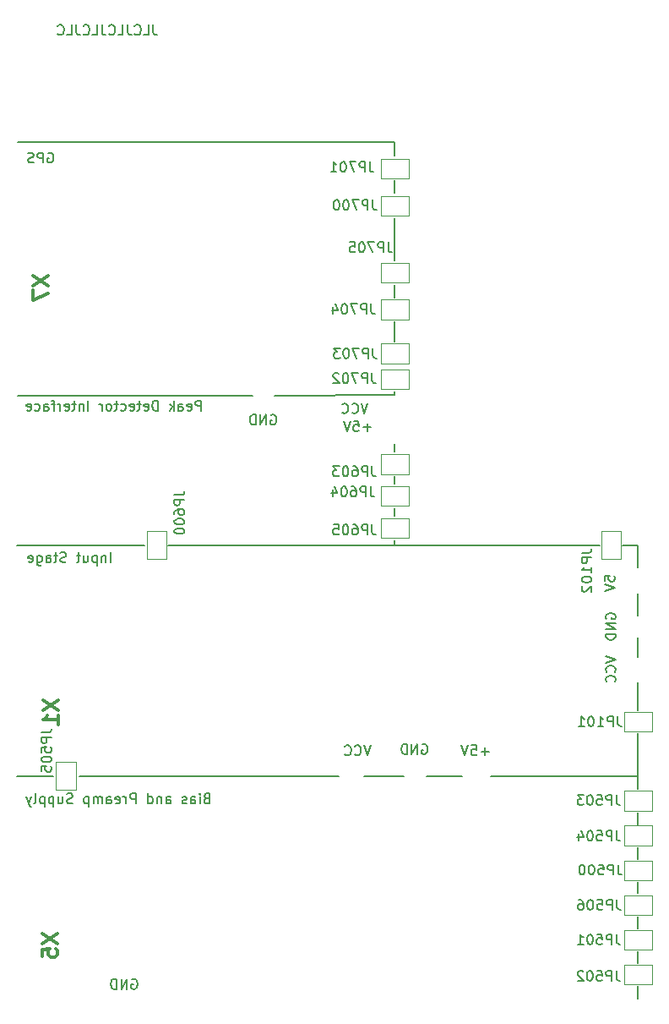
<source format=gbr>
%TF.GenerationSoftware,KiCad,Pcbnew,(5.99.0-10928-g75ce97e260)*%
%TF.CreationDate,2021-11-23T17:21:24+01:00*%
%TF.ProjectId,cdu-lite,6364752d-6c69-4746-952e-6b696361645f,rev?*%
%TF.SameCoordinates,Original*%
%TF.FileFunction,Legend,Bot*%
%TF.FilePolarity,Positive*%
%FSLAX46Y46*%
G04 Gerber Fmt 4.6, Leading zero omitted, Abs format (unit mm)*
G04 Created by KiCad (PCBNEW (5.99.0-10928-g75ce97e260)) date 2021-11-23 17:21:24*
%MOMM*%
%LPD*%
G01*
G04 APERTURE LIST*
%ADD10C,0.150000*%
%ADD11C,0.304800*%
%ADD12C,0.120000*%
G04 APERTURE END LIST*
D10*
X64436047Y-52792380D02*
X64436047Y-53506666D01*
X64483666Y-53649523D01*
X64578904Y-53744761D01*
X64721761Y-53792380D01*
X64817000Y-53792380D01*
X63483666Y-53792380D02*
X63959857Y-53792380D01*
X63959857Y-52792380D01*
X62578904Y-53697142D02*
X62626523Y-53744761D01*
X62769380Y-53792380D01*
X62864619Y-53792380D01*
X63007476Y-53744761D01*
X63102714Y-53649523D01*
X63150333Y-53554285D01*
X63197952Y-53363809D01*
X63197952Y-53220952D01*
X63150333Y-53030476D01*
X63102714Y-52935238D01*
X63007476Y-52840000D01*
X62864619Y-52792380D01*
X62769380Y-52792380D01*
X62626523Y-52840000D01*
X62578904Y-52887619D01*
X61864619Y-52792380D02*
X61864619Y-53506666D01*
X61912238Y-53649523D01*
X62007476Y-53744761D01*
X62150333Y-53792380D01*
X62245571Y-53792380D01*
X60912238Y-53792380D02*
X61388428Y-53792380D01*
X61388428Y-52792380D01*
X60007476Y-53697142D02*
X60055095Y-53744761D01*
X60197952Y-53792380D01*
X60293190Y-53792380D01*
X60436047Y-53744761D01*
X60531285Y-53649523D01*
X60578904Y-53554285D01*
X60626523Y-53363809D01*
X60626523Y-53220952D01*
X60578904Y-53030476D01*
X60531285Y-52935238D01*
X60436047Y-52840000D01*
X60293190Y-52792380D01*
X60197952Y-52792380D01*
X60055095Y-52840000D01*
X60007476Y-52887619D01*
X59293190Y-52792380D02*
X59293190Y-53506666D01*
X59340809Y-53649523D01*
X59436047Y-53744761D01*
X59578904Y-53792380D01*
X59674142Y-53792380D01*
X58340809Y-53792380D02*
X58817000Y-53792380D01*
X58817000Y-52792380D01*
X57436047Y-53697142D02*
X57483666Y-53744761D01*
X57626523Y-53792380D01*
X57721761Y-53792380D01*
X57864619Y-53744761D01*
X57959857Y-53649523D01*
X58007476Y-53554285D01*
X58055095Y-53363809D01*
X58055095Y-53220952D01*
X58007476Y-53030476D01*
X57959857Y-52935238D01*
X57864619Y-52840000D01*
X57721761Y-52792380D01*
X57626523Y-52792380D01*
X57483666Y-52840000D01*
X57436047Y-52887619D01*
X56721761Y-52792380D02*
X56721761Y-53506666D01*
X56769380Y-53649523D01*
X56864619Y-53744761D01*
X57007476Y-53792380D01*
X57102714Y-53792380D01*
X55769380Y-53792380D02*
X56245571Y-53792380D01*
X56245571Y-52792380D01*
X54864619Y-53697142D02*
X54912238Y-53744761D01*
X55055095Y-53792380D01*
X55150333Y-53792380D01*
X55293190Y-53744761D01*
X55388428Y-53649523D01*
X55436047Y-53554285D01*
X55483666Y-53363809D01*
X55483666Y-53220952D01*
X55436047Y-53030476D01*
X55388428Y-52935238D01*
X55293190Y-52840000D01*
X55150333Y-52792380D01*
X55055095Y-52792380D01*
X54912238Y-52840000D01*
X54864619Y-52887619D01*
X88646000Y-82499200D02*
X88646000Y-84467700D01*
X113030000Y-128066800D02*
X98298000Y-128066800D01*
X113030000Y-149047200D02*
X113030000Y-150317200D01*
X89509600Y-128041400D02*
X85598000Y-128041400D01*
X88646000Y-97967800D02*
X88646000Y-98767900D01*
X113030000Y-123723400D02*
X113030000Y-128016000D01*
X50825400Y-89890200D02*
X74396600Y-89890200D01*
X88646000Y-94742000D02*
X88646000Y-95516700D01*
X113030000Y-114147600D02*
X113030000Y-116078000D01*
X54406800Y-128016000D02*
X50774600Y-128016000D01*
X56997600Y-128016000D02*
X83058000Y-128016000D01*
X88646000Y-89509600D02*
X88646000Y-89877900D01*
X76606400Y-89890600D02*
X88646000Y-89877900D01*
X113030000Y-142113000D02*
X113030000Y-143230600D01*
X113030000Y-118618000D02*
X113030000Y-121412000D01*
X113030000Y-138607800D02*
X113030000Y-139750800D01*
X113030000Y-128016000D02*
X113030000Y-129336800D01*
X113030000Y-131648200D02*
X113030000Y-132816600D01*
X113030000Y-145567400D02*
X113030000Y-146710400D01*
X113030000Y-104902000D02*
X113030000Y-107111800D01*
X88646000Y-101193600D02*
X88646000Y-101968300D01*
X88646000Y-64516000D02*
X88646000Y-65868550D01*
X88646000Y-104394000D02*
X88646000Y-104889300D01*
X88646000Y-72186800D02*
X88646000Y-76415900D01*
X50850800Y-64516000D02*
X88646000Y-64516000D01*
X113030000Y-135128000D02*
X113030000Y-136296400D01*
X88646000Y-68376800D02*
X88646000Y-69608700D01*
X111480600Y-104902000D02*
X113030000Y-104902000D01*
X95427800Y-128041400D02*
X91795600Y-128041400D01*
X50749200Y-104902000D02*
X63550800Y-104902000D01*
X113030000Y-109728000D02*
X113030000Y-111912400D01*
X65938400Y-104902000D02*
X109169200Y-104902000D01*
X88646000Y-78841600D02*
X88646000Y-80073500D01*
X86220133Y-124928380D02*
X85886800Y-125928380D01*
X85553466Y-124928380D01*
X84648704Y-125833142D02*
X84696323Y-125880761D01*
X84839180Y-125928380D01*
X84934419Y-125928380D01*
X85077276Y-125880761D01*
X85172514Y-125785523D01*
X85220133Y-125690285D01*
X85267752Y-125499809D01*
X85267752Y-125356952D01*
X85220133Y-125166476D01*
X85172514Y-125071238D01*
X85077276Y-124976000D01*
X84934419Y-124928380D01*
X84839180Y-124928380D01*
X84696323Y-124976000D01*
X84648704Y-125023619D01*
X83648704Y-125833142D02*
X83696323Y-125880761D01*
X83839180Y-125928380D01*
X83934419Y-125928380D01*
X84077276Y-125880761D01*
X84172514Y-125785523D01*
X84220133Y-125690285D01*
X84267752Y-125499809D01*
X84267752Y-125356952D01*
X84220133Y-125166476D01*
X84172514Y-125071238D01*
X84077276Y-124976000D01*
X83934419Y-124928380D01*
X83839180Y-124928380D01*
X83696323Y-124976000D01*
X83648704Y-125023619D01*
X109688380Y-108470723D02*
X109688380Y-107994533D01*
X110164571Y-107946914D01*
X110116952Y-107994533D01*
X110069333Y-108089771D01*
X110069333Y-108327866D01*
X110116952Y-108423104D01*
X110164571Y-108470723D01*
X110259809Y-108518342D01*
X110497904Y-108518342D01*
X110593142Y-108470723D01*
X110640761Y-108423104D01*
X110688380Y-108327866D01*
X110688380Y-108089771D01*
X110640761Y-107994533D01*
X110593142Y-107946914D01*
X109688380Y-108804057D02*
X110688380Y-109137390D01*
X109688380Y-109470723D01*
X69240895Y-91409780D02*
X69240895Y-90409780D01*
X68859942Y-90409780D01*
X68764704Y-90457400D01*
X68717085Y-90505019D01*
X68669466Y-90600257D01*
X68669466Y-90743114D01*
X68717085Y-90838352D01*
X68764704Y-90885971D01*
X68859942Y-90933590D01*
X69240895Y-90933590D01*
X67859942Y-91362161D02*
X67955180Y-91409780D01*
X68145657Y-91409780D01*
X68240895Y-91362161D01*
X68288514Y-91266923D01*
X68288514Y-90885971D01*
X68240895Y-90790733D01*
X68145657Y-90743114D01*
X67955180Y-90743114D01*
X67859942Y-90790733D01*
X67812323Y-90885971D01*
X67812323Y-90981209D01*
X68288514Y-91076447D01*
X66955180Y-91409780D02*
X66955180Y-90885971D01*
X67002800Y-90790733D01*
X67098038Y-90743114D01*
X67288514Y-90743114D01*
X67383752Y-90790733D01*
X66955180Y-91362161D02*
X67050419Y-91409780D01*
X67288514Y-91409780D01*
X67383752Y-91362161D01*
X67431371Y-91266923D01*
X67431371Y-91171685D01*
X67383752Y-91076447D01*
X67288514Y-91028828D01*
X67050419Y-91028828D01*
X66955180Y-90981209D01*
X66478990Y-91409780D02*
X66478990Y-90409780D01*
X66383752Y-91028828D02*
X66098038Y-91409780D01*
X66098038Y-90743114D02*
X66478990Y-91124066D01*
X64907561Y-91409780D02*
X64907561Y-90409780D01*
X64669466Y-90409780D01*
X64526609Y-90457400D01*
X64431371Y-90552638D01*
X64383752Y-90647876D01*
X64336133Y-90838352D01*
X64336133Y-90981209D01*
X64383752Y-91171685D01*
X64431371Y-91266923D01*
X64526609Y-91362161D01*
X64669466Y-91409780D01*
X64907561Y-91409780D01*
X63526609Y-91362161D02*
X63621847Y-91409780D01*
X63812323Y-91409780D01*
X63907561Y-91362161D01*
X63955180Y-91266923D01*
X63955180Y-90885971D01*
X63907561Y-90790733D01*
X63812323Y-90743114D01*
X63621847Y-90743114D01*
X63526609Y-90790733D01*
X63478990Y-90885971D01*
X63478990Y-90981209D01*
X63955180Y-91076447D01*
X63193276Y-90743114D02*
X62812323Y-90743114D01*
X63050419Y-90409780D02*
X63050419Y-91266923D01*
X63002800Y-91362161D01*
X62907561Y-91409780D01*
X62812323Y-91409780D01*
X62098038Y-91362161D02*
X62193276Y-91409780D01*
X62383752Y-91409780D01*
X62478990Y-91362161D01*
X62526609Y-91266923D01*
X62526609Y-90885971D01*
X62478990Y-90790733D01*
X62383752Y-90743114D01*
X62193276Y-90743114D01*
X62098038Y-90790733D01*
X62050419Y-90885971D01*
X62050419Y-90981209D01*
X62526609Y-91076447D01*
X61193276Y-91362161D02*
X61288514Y-91409780D01*
X61478990Y-91409780D01*
X61574228Y-91362161D01*
X61621847Y-91314542D01*
X61669466Y-91219304D01*
X61669466Y-90933590D01*
X61621847Y-90838352D01*
X61574228Y-90790733D01*
X61478990Y-90743114D01*
X61288514Y-90743114D01*
X61193276Y-90790733D01*
X60907561Y-90743114D02*
X60526609Y-90743114D01*
X60764704Y-90409780D02*
X60764704Y-91266923D01*
X60717085Y-91362161D01*
X60621847Y-91409780D01*
X60526609Y-91409780D01*
X60050419Y-91409780D02*
X60145657Y-91362161D01*
X60193276Y-91314542D01*
X60240895Y-91219304D01*
X60240895Y-90933590D01*
X60193276Y-90838352D01*
X60145657Y-90790733D01*
X60050419Y-90743114D01*
X59907561Y-90743114D01*
X59812323Y-90790733D01*
X59764704Y-90838352D01*
X59717085Y-90933590D01*
X59717085Y-91219304D01*
X59764704Y-91314542D01*
X59812323Y-91362161D01*
X59907561Y-91409780D01*
X60050419Y-91409780D01*
X59288514Y-91409780D02*
X59288514Y-90743114D01*
X59288514Y-90933590D02*
X59240895Y-90838352D01*
X59193276Y-90790733D01*
X59098038Y-90743114D01*
X59002800Y-90743114D01*
X57907561Y-91409780D02*
X57907561Y-90409780D01*
X57431371Y-90743114D02*
X57431371Y-91409780D01*
X57431371Y-90838352D02*
X57383752Y-90790733D01*
X57288514Y-90743114D01*
X57145657Y-90743114D01*
X57050419Y-90790733D01*
X57002800Y-90885971D01*
X57002800Y-91409780D01*
X56669466Y-90743114D02*
X56288514Y-90743114D01*
X56526609Y-90409780D02*
X56526609Y-91266923D01*
X56478990Y-91362161D01*
X56383752Y-91409780D01*
X56288514Y-91409780D01*
X55574228Y-91362161D02*
X55669466Y-91409780D01*
X55859942Y-91409780D01*
X55955180Y-91362161D01*
X56002800Y-91266923D01*
X56002800Y-90885971D01*
X55955180Y-90790733D01*
X55859942Y-90743114D01*
X55669466Y-90743114D01*
X55574228Y-90790733D01*
X55526609Y-90885971D01*
X55526609Y-90981209D01*
X56002800Y-91076447D01*
X55098038Y-91409780D02*
X55098038Y-90743114D01*
X55098038Y-90933590D02*
X55050419Y-90838352D01*
X55002800Y-90790733D01*
X54907561Y-90743114D01*
X54812323Y-90743114D01*
X54621847Y-90743114D02*
X54240895Y-90743114D01*
X54478990Y-91409780D02*
X54478990Y-90552638D01*
X54431371Y-90457400D01*
X54336133Y-90409780D01*
X54240895Y-90409780D01*
X53478990Y-91409780D02*
X53478990Y-90885971D01*
X53526609Y-90790733D01*
X53621847Y-90743114D01*
X53812323Y-90743114D01*
X53907561Y-90790733D01*
X53478990Y-91362161D02*
X53574228Y-91409780D01*
X53812323Y-91409780D01*
X53907561Y-91362161D01*
X53955180Y-91266923D01*
X53955180Y-91171685D01*
X53907561Y-91076447D01*
X53812323Y-91028828D01*
X53574228Y-91028828D01*
X53478990Y-90981209D01*
X52574228Y-91362161D02*
X52669466Y-91409780D01*
X52859942Y-91409780D01*
X52955180Y-91362161D01*
X53002800Y-91314542D01*
X53050419Y-91219304D01*
X53050419Y-90933590D01*
X53002800Y-90838352D01*
X52955180Y-90790733D01*
X52859942Y-90743114D01*
X52669466Y-90743114D01*
X52574228Y-90790733D01*
X51764704Y-91362161D02*
X51859942Y-91409780D01*
X52050419Y-91409780D01*
X52145657Y-91362161D01*
X52193276Y-91266923D01*
X52193276Y-90885971D01*
X52145657Y-90790733D01*
X52050419Y-90743114D01*
X51859942Y-90743114D01*
X51764704Y-90790733D01*
X51717085Y-90885971D01*
X51717085Y-90981209D01*
X52193276Y-91076447D01*
X76225304Y-91879800D02*
X76320542Y-91832180D01*
X76463400Y-91832180D01*
X76606257Y-91879800D01*
X76701495Y-91975038D01*
X76749114Y-92070276D01*
X76796733Y-92260752D01*
X76796733Y-92403609D01*
X76749114Y-92594085D01*
X76701495Y-92689323D01*
X76606257Y-92784561D01*
X76463400Y-92832180D01*
X76368161Y-92832180D01*
X76225304Y-92784561D01*
X76177685Y-92736942D01*
X76177685Y-92403609D01*
X76368161Y-92403609D01*
X75749114Y-92832180D02*
X75749114Y-91832180D01*
X75177685Y-92832180D01*
X75177685Y-91832180D01*
X74701495Y-92832180D02*
X74701495Y-91832180D01*
X74463400Y-91832180D01*
X74320542Y-91879800D01*
X74225304Y-91975038D01*
X74177685Y-92070276D01*
X74130066Y-92260752D01*
X74130066Y-92403609D01*
X74177685Y-92594085D01*
X74225304Y-92689323D01*
X74320542Y-92784561D01*
X74463400Y-92832180D01*
X74701495Y-92832180D01*
X86248714Y-93086228D02*
X85486809Y-93086228D01*
X85867761Y-93467180D02*
X85867761Y-92705276D01*
X84534428Y-92467180D02*
X85010619Y-92467180D01*
X85058238Y-92943371D01*
X85010619Y-92895752D01*
X84915380Y-92848133D01*
X84677285Y-92848133D01*
X84582047Y-92895752D01*
X84534428Y-92943371D01*
X84486809Y-93038609D01*
X84486809Y-93276704D01*
X84534428Y-93371942D01*
X84582047Y-93419561D01*
X84677285Y-93467180D01*
X84915380Y-93467180D01*
X85010619Y-93419561D01*
X85058238Y-93371942D01*
X84201095Y-92467180D02*
X83867761Y-93467180D01*
X83534428Y-92467180D01*
X109789980Y-116014666D02*
X110789980Y-116348000D01*
X109789980Y-116681333D01*
X110694742Y-117586095D02*
X110742361Y-117538476D01*
X110789980Y-117395619D01*
X110789980Y-117300380D01*
X110742361Y-117157523D01*
X110647123Y-117062285D01*
X110551885Y-117014666D01*
X110361409Y-116967047D01*
X110218552Y-116967047D01*
X110028076Y-117014666D01*
X109932838Y-117062285D01*
X109837600Y-117157523D01*
X109789980Y-117300380D01*
X109789980Y-117395619D01*
X109837600Y-117538476D01*
X109885219Y-117586095D01*
X110694742Y-118586095D02*
X110742361Y-118538476D01*
X110789980Y-118395619D01*
X110789980Y-118300380D01*
X110742361Y-118157523D01*
X110647123Y-118062285D01*
X110551885Y-118014666D01*
X110361409Y-117967047D01*
X110218552Y-117967047D01*
X110028076Y-118014666D01*
X109932838Y-118062285D01*
X109837600Y-118157523D01*
X109789980Y-118300380D01*
X109789980Y-118395619D01*
X109837600Y-118538476D01*
X109885219Y-118586095D01*
X53876485Y-65641600D02*
X53971723Y-65593980D01*
X54114580Y-65593980D01*
X54257438Y-65641600D01*
X54352676Y-65736838D01*
X54400295Y-65832076D01*
X54447914Y-66022552D01*
X54447914Y-66165409D01*
X54400295Y-66355885D01*
X54352676Y-66451123D01*
X54257438Y-66546361D01*
X54114580Y-66593980D01*
X54019342Y-66593980D01*
X53876485Y-66546361D01*
X53828866Y-66498742D01*
X53828866Y-66165409D01*
X54019342Y-66165409D01*
X53400295Y-66593980D02*
X53400295Y-65593980D01*
X53019342Y-65593980D01*
X52924104Y-65641600D01*
X52876485Y-65689219D01*
X52828866Y-65784457D01*
X52828866Y-65927314D01*
X52876485Y-66022552D01*
X52924104Y-66070171D01*
X53019342Y-66117790D01*
X53400295Y-66117790D01*
X52447914Y-66546361D02*
X52305057Y-66593980D01*
X52066961Y-66593980D01*
X51971723Y-66546361D01*
X51924104Y-66498742D01*
X51876485Y-66403504D01*
X51876485Y-66308266D01*
X51924104Y-66213028D01*
X51971723Y-66165409D01*
X52066961Y-66117790D01*
X52257438Y-66070171D01*
X52352676Y-66022552D01*
X52400295Y-65974933D01*
X52447914Y-65879695D01*
X52447914Y-65784457D01*
X52400295Y-65689219D01*
X52352676Y-65641600D01*
X52257438Y-65593980D01*
X52019342Y-65593980D01*
X51876485Y-65641600D01*
X62280704Y-148369400D02*
X62375942Y-148321780D01*
X62518800Y-148321780D01*
X62661657Y-148369400D01*
X62756895Y-148464638D01*
X62804514Y-148559876D01*
X62852133Y-148750352D01*
X62852133Y-148893209D01*
X62804514Y-149083685D01*
X62756895Y-149178923D01*
X62661657Y-149274161D01*
X62518800Y-149321780D01*
X62423561Y-149321780D01*
X62280704Y-149274161D01*
X62233085Y-149226542D01*
X62233085Y-148893209D01*
X62423561Y-148893209D01*
X61804514Y-149321780D02*
X61804514Y-148321780D01*
X61233085Y-149321780D01*
X61233085Y-148321780D01*
X60756895Y-149321780D02*
X60756895Y-148321780D01*
X60518800Y-148321780D01*
X60375942Y-148369400D01*
X60280704Y-148464638D01*
X60233085Y-148559876D01*
X60185466Y-148750352D01*
X60185466Y-148893209D01*
X60233085Y-149083685D01*
X60280704Y-149178923D01*
X60375942Y-149274161D01*
X60518800Y-149321780D01*
X60756895Y-149321780D01*
X98059714Y-125547428D02*
X97297809Y-125547428D01*
X97678761Y-125928380D02*
X97678761Y-125166476D01*
X96345428Y-124928380D02*
X96821619Y-124928380D01*
X96869238Y-125404571D01*
X96821619Y-125356952D01*
X96726380Y-125309333D01*
X96488285Y-125309333D01*
X96393047Y-125356952D01*
X96345428Y-125404571D01*
X96297809Y-125499809D01*
X96297809Y-125737904D01*
X96345428Y-125833142D01*
X96393047Y-125880761D01*
X96488285Y-125928380D01*
X96726380Y-125928380D01*
X96821619Y-125880761D01*
X96869238Y-125833142D01*
X96012095Y-124928380D02*
X95678761Y-125928380D01*
X95345428Y-124928380D01*
X91389104Y-124849000D02*
X91484342Y-124801380D01*
X91627200Y-124801380D01*
X91770057Y-124849000D01*
X91865295Y-124944238D01*
X91912914Y-125039476D01*
X91960533Y-125229952D01*
X91960533Y-125372809D01*
X91912914Y-125563285D01*
X91865295Y-125658523D01*
X91770057Y-125753761D01*
X91627200Y-125801380D01*
X91531961Y-125801380D01*
X91389104Y-125753761D01*
X91341485Y-125706142D01*
X91341485Y-125372809D01*
X91531961Y-125372809D01*
X90912914Y-125801380D02*
X90912914Y-124801380D01*
X90341485Y-125801380D01*
X90341485Y-124801380D01*
X89865295Y-125801380D02*
X89865295Y-124801380D01*
X89627200Y-124801380D01*
X89484342Y-124849000D01*
X89389104Y-124944238D01*
X89341485Y-125039476D01*
X89293866Y-125229952D01*
X89293866Y-125372809D01*
X89341485Y-125563285D01*
X89389104Y-125658523D01*
X89484342Y-125753761D01*
X89627200Y-125801380D01*
X89865295Y-125801380D01*
X60176847Y-106598980D02*
X60176847Y-105598980D01*
X59700657Y-105932314D02*
X59700657Y-106598980D01*
X59700657Y-106027552D02*
X59653038Y-105979933D01*
X59557800Y-105932314D01*
X59414942Y-105932314D01*
X59319704Y-105979933D01*
X59272085Y-106075171D01*
X59272085Y-106598980D01*
X58795895Y-105932314D02*
X58795895Y-106932314D01*
X58795895Y-105979933D02*
X58700657Y-105932314D01*
X58510180Y-105932314D01*
X58414942Y-105979933D01*
X58367323Y-106027552D01*
X58319704Y-106122790D01*
X58319704Y-106408504D01*
X58367323Y-106503742D01*
X58414942Y-106551361D01*
X58510180Y-106598980D01*
X58700657Y-106598980D01*
X58795895Y-106551361D01*
X57462561Y-105932314D02*
X57462561Y-106598980D01*
X57891133Y-105932314D02*
X57891133Y-106456123D01*
X57843514Y-106551361D01*
X57748276Y-106598980D01*
X57605419Y-106598980D01*
X57510180Y-106551361D01*
X57462561Y-106503742D01*
X57129228Y-105932314D02*
X56748276Y-105932314D01*
X56986371Y-105598980D02*
X56986371Y-106456123D01*
X56938752Y-106551361D01*
X56843514Y-106598980D01*
X56748276Y-106598980D01*
X55700657Y-106551361D02*
X55557800Y-106598980D01*
X55319704Y-106598980D01*
X55224466Y-106551361D01*
X55176847Y-106503742D01*
X55129228Y-106408504D01*
X55129228Y-106313266D01*
X55176847Y-106218028D01*
X55224466Y-106170409D01*
X55319704Y-106122790D01*
X55510180Y-106075171D01*
X55605419Y-106027552D01*
X55653038Y-105979933D01*
X55700657Y-105884695D01*
X55700657Y-105789457D01*
X55653038Y-105694219D01*
X55605419Y-105646600D01*
X55510180Y-105598980D01*
X55272085Y-105598980D01*
X55129228Y-105646600D01*
X54843514Y-105932314D02*
X54462561Y-105932314D01*
X54700657Y-105598980D02*
X54700657Y-106456123D01*
X54653038Y-106551361D01*
X54557800Y-106598980D01*
X54462561Y-106598980D01*
X53700657Y-106598980D02*
X53700657Y-106075171D01*
X53748276Y-105979933D01*
X53843514Y-105932314D01*
X54033990Y-105932314D01*
X54129228Y-105979933D01*
X53700657Y-106551361D02*
X53795895Y-106598980D01*
X54033990Y-106598980D01*
X54129228Y-106551361D01*
X54176847Y-106456123D01*
X54176847Y-106360885D01*
X54129228Y-106265647D01*
X54033990Y-106218028D01*
X53795895Y-106218028D01*
X53700657Y-106170409D01*
X52795895Y-105932314D02*
X52795895Y-106741838D01*
X52843514Y-106837076D01*
X52891133Y-106884695D01*
X52986371Y-106932314D01*
X53129228Y-106932314D01*
X53224466Y-106884695D01*
X52795895Y-106551361D02*
X52891133Y-106598980D01*
X53081609Y-106598980D01*
X53176847Y-106551361D01*
X53224466Y-106503742D01*
X53272085Y-106408504D01*
X53272085Y-106122790D01*
X53224466Y-106027552D01*
X53176847Y-105979933D01*
X53081609Y-105932314D01*
X52891133Y-105932314D01*
X52795895Y-105979933D01*
X51938752Y-106551361D02*
X52033990Y-106598980D01*
X52224466Y-106598980D01*
X52319704Y-106551361D01*
X52367323Y-106456123D01*
X52367323Y-106075171D01*
X52319704Y-105979933D01*
X52224466Y-105932314D01*
X52033990Y-105932314D01*
X51938752Y-105979933D01*
X51891133Y-106075171D01*
X51891133Y-106170409D01*
X52367323Y-106265647D01*
X69769523Y-130230571D02*
X69626666Y-130278190D01*
X69579047Y-130325809D01*
X69531428Y-130421047D01*
X69531428Y-130563904D01*
X69579047Y-130659142D01*
X69626666Y-130706761D01*
X69721904Y-130754380D01*
X70102857Y-130754380D01*
X70102857Y-129754380D01*
X69769523Y-129754380D01*
X69674285Y-129802000D01*
X69626666Y-129849619D01*
X69579047Y-129944857D01*
X69579047Y-130040095D01*
X69626666Y-130135333D01*
X69674285Y-130182952D01*
X69769523Y-130230571D01*
X70102857Y-130230571D01*
X69102857Y-130754380D02*
X69102857Y-130087714D01*
X69102857Y-129754380D02*
X69150476Y-129802000D01*
X69102857Y-129849619D01*
X69055238Y-129802000D01*
X69102857Y-129754380D01*
X69102857Y-129849619D01*
X68198095Y-130754380D02*
X68198095Y-130230571D01*
X68245714Y-130135333D01*
X68340952Y-130087714D01*
X68531428Y-130087714D01*
X68626666Y-130135333D01*
X68198095Y-130706761D02*
X68293333Y-130754380D01*
X68531428Y-130754380D01*
X68626666Y-130706761D01*
X68674285Y-130611523D01*
X68674285Y-130516285D01*
X68626666Y-130421047D01*
X68531428Y-130373428D01*
X68293333Y-130373428D01*
X68198095Y-130325809D01*
X67769523Y-130706761D02*
X67674285Y-130754380D01*
X67483809Y-130754380D01*
X67388571Y-130706761D01*
X67340952Y-130611523D01*
X67340952Y-130563904D01*
X67388571Y-130468666D01*
X67483809Y-130421047D01*
X67626666Y-130421047D01*
X67721904Y-130373428D01*
X67769523Y-130278190D01*
X67769523Y-130230571D01*
X67721904Y-130135333D01*
X67626666Y-130087714D01*
X67483809Y-130087714D01*
X67388571Y-130135333D01*
X65721904Y-130754380D02*
X65721904Y-130230571D01*
X65769523Y-130135333D01*
X65864761Y-130087714D01*
X66055238Y-130087714D01*
X66150476Y-130135333D01*
X65721904Y-130706761D02*
X65817142Y-130754380D01*
X66055238Y-130754380D01*
X66150476Y-130706761D01*
X66198095Y-130611523D01*
X66198095Y-130516285D01*
X66150476Y-130421047D01*
X66055238Y-130373428D01*
X65817142Y-130373428D01*
X65721904Y-130325809D01*
X65245714Y-130087714D02*
X65245714Y-130754380D01*
X65245714Y-130182952D02*
X65198095Y-130135333D01*
X65102857Y-130087714D01*
X64960000Y-130087714D01*
X64864761Y-130135333D01*
X64817142Y-130230571D01*
X64817142Y-130754380D01*
X63912380Y-130754380D02*
X63912380Y-129754380D01*
X63912380Y-130706761D02*
X64007619Y-130754380D01*
X64198095Y-130754380D01*
X64293333Y-130706761D01*
X64340952Y-130659142D01*
X64388571Y-130563904D01*
X64388571Y-130278190D01*
X64340952Y-130182952D01*
X64293333Y-130135333D01*
X64198095Y-130087714D01*
X64007619Y-130087714D01*
X63912380Y-130135333D01*
X62674285Y-130754380D02*
X62674285Y-129754380D01*
X62293333Y-129754380D01*
X62198095Y-129802000D01*
X62150476Y-129849619D01*
X62102857Y-129944857D01*
X62102857Y-130087714D01*
X62150476Y-130182952D01*
X62198095Y-130230571D01*
X62293333Y-130278190D01*
X62674285Y-130278190D01*
X61674285Y-130754380D02*
X61674285Y-130087714D01*
X61674285Y-130278190D02*
X61626666Y-130182952D01*
X61579047Y-130135333D01*
X61483809Y-130087714D01*
X61388571Y-130087714D01*
X60674285Y-130706761D02*
X60769523Y-130754380D01*
X60960000Y-130754380D01*
X61055238Y-130706761D01*
X61102857Y-130611523D01*
X61102857Y-130230571D01*
X61055238Y-130135333D01*
X60960000Y-130087714D01*
X60769523Y-130087714D01*
X60674285Y-130135333D01*
X60626666Y-130230571D01*
X60626666Y-130325809D01*
X61102857Y-130421047D01*
X59769523Y-130754380D02*
X59769523Y-130230571D01*
X59817142Y-130135333D01*
X59912380Y-130087714D01*
X60102857Y-130087714D01*
X60198095Y-130135333D01*
X59769523Y-130706761D02*
X59864761Y-130754380D01*
X60102857Y-130754380D01*
X60198095Y-130706761D01*
X60245714Y-130611523D01*
X60245714Y-130516285D01*
X60198095Y-130421047D01*
X60102857Y-130373428D01*
X59864761Y-130373428D01*
X59769523Y-130325809D01*
X59293333Y-130754380D02*
X59293333Y-130087714D01*
X59293333Y-130182952D02*
X59245714Y-130135333D01*
X59150476Y-130087714D01*
X59007619Y-130087714D01*
X58912380Y-130135333D01*
X58864761Y-130230571D01*
X58864761Y-130754380D01*
X58864761Y-130230571D02*
X58817142Y-130135333D01*
X58721904Y-130087714D01*
X58579047Y-130087714D01*
X58483809Y-130135333D01*
X58436190Y-130230571D01*
X58436190Y-130754380D01*
X57960000Y-130087714D02*
X57960000Y-131087714D01*
X57960000Y-130135333D02*
X57864761Y-130087714D01*
X57674285Y-130087714D01*
X57579047Y-130135333D01*
X57531428Y-130182952D01*
X57483809Y-130278190D01*
X57483809Y-130563904D01*
X57531428Y-130659142D01*
X57579047Y-130706761D01*
X57674285Y-130754380D01*
X57864761Y-130754380D01*
X57960000Y-130706761D01*
X56340952Y-130706761D02*
X56198095Y-130754380D01*
X55960000Y-130754380D01*
X55864761Y-130706761D01*
X55817142Y-130659142D01*
X55769523Y-130563904D01*
X55769523Y-130468666D01*
X55817142Y-130373428D01*
X55864761Y-130325809D01*
X55960000Y-130278190D01*
X56150476Y-130230571D01*
X56245714Y-130182952D01*
X56293333Y-130135333D01*
X56340952Y-130040095D01*
X56340952Y-129944857D01*
X56293333Y-129849619D01*
X56245714Y-129802000D01*
X56150476Y-129754380D01*
X55912380Y-129754380D01*
X55769523Y-129802000D01*
X54912380Y-130087714D02*
X54912380Y-130754380D01*
X55340952Y-130087714D02*
X55340952Y-130611523D01*
X55293333Y-130706761D01*
X55198095Y-130754380D01*
X55055238Y-130754380D01*
X54960000Y-130706761D01*
X54912380Y-130659142D01*
X54436190Y-130087714D02*
X54436190Y-131087714D01*
X54436190Y-130135333D02*
X54340952Y-130087714D01*
X54150476Y-130087714D01*
X54055238Y-130135333D01*
X54007619Y-130182952D01*
X53960000Y-130278190D01*
X53960000Y-130563904D01*
X54007619Y-130659142D01*
X54055238Y-130706761D01*
X54150476Y-130754380D01*
X54340952Y-130754380D01*
X54436190Y-130706761D01*
X53531428Y-130087714D02*
X53531428Y-131087714D01*
X53531428Y-130135333D02*
X53436190Y-130087714D01*
X53245714Y-130087714D01*
X53150476Y-130135333D01*
X53102857Y-130182952D01*
X53055238Y-130278190D01*
X53055238Y-130563904D01*
X53102857Y-130659142D01*
X53150476Y-130706761D01*
X53245714Y-130754380D01*
X53436190Y-130754380D01*
X53531428Y-130706761D01*
X52483809Y-130754380D02*
X52579047Y-130706761D01*
X52626666Y-130611523D01*
X52626666Y-129754380D01*
X52198095Y-130087714D02*
X51960000Y-130754380D01*
X51721904Y-130087714D02*
X51960000Y-130754380D01*
X52055238Y-130992476D01*
X52102857Y-131040095D01*
X52198095Y-131087714D01*
X109837600Y-112268095D02*
X109789980Y-112172857D01*
X109789980Y-112030000D01*
X109837600Y-111887142D01*
X109932838Y-111791904D01*
X110028076Y-111744285D01*
X110218552Y-111696666D01*
X110361409Y-111696666D01*
X110551885Y-111744285D01*
X110647123Y-111791904D01*
X110742361Y-111887142D01*
X110789980Y-112030000D01*
X110789980Y-112125238D01*
X110742361Y-112268095D01*
X110694742Y-112315714D01*
X110361409Y-112315714D01*
X110361409Y-112125238D01*
X110789980Y-112744285D02*
X109789980Y-112744285D01*
X110789980Y-113315714D01*
X109789980Y-113315714D01*
X110789980Y-113791904D02*
X109789980Y-113791904D01*
X109789980Y-114030000D01*
X109837600Y-114172857D01*
X109932838Y-114268095D01*
X110028076Y-114315714D01*
X110218552Y-114363333D01*
X110361409Y-114363333D01*
X110551885Y-114315714D01*
X110647123Y-114268095D01*
X110742361Y-114172857D01*
X110789980Y-114030000D01*
X110789980Y-113791904D01*
X85940733Y-90689180D02*
X85607400Y-91689180D01*
X85274066Y-90689180D01*
X84369304Y-91593942D02*
X84416923Y-91641561D01*
X84559780Y-91689180D01*
X84655019Y-91689180D01*
X84797876Y-91641561D01*
X84893114Y-91546323D01*
X84940733Y-91451085D01*
X84988352Y-91260609D01*
X84988352Y-91117752D01*
X84940733Y-90927276D01*
X84893114Y-90832038D01*
X84797876Y-90736800D01*
X84655019Y-90689180D01*
X84559780Y-90689180D01*
X84416923Y-90736800D01*
X84369304Y-90784419D01*
X83369304Y-91593942D02*
X83416923Y-91641561D01*
X83559780Y-91689180D01*
X83655019Y-91689180D01*
X83797876Y-91641561D01*
X83893114Y-91546323D01*
X83940733Y-91451085D01*
X83988352Y-91260609D01*
X83988352Y-91117752D01*
X83940733Y-90927276D01*
X83893114Y-90832038D01*
X83797876Y-90736800D01*
X83655019Y-90689180D01*
X83559780Y-90689180D01*
X83416923Y-90736800D01*
X83369304Y-90784419D01*
%TO.C,JP701*%
X86139114Y-66508380D02*
X86139114Y-67222666D01*
X86186733Y-67365523D01*
X86281971Y-67460761D01*
X86424828Y-67508380D01*
X86520066Y-67508380D01*
X85662923Y-67508380D02*
X85662923Y-66508380D01*
X85281971Y-66508380D01*
X85186733Y-66556000D01*
X85139114Y-66603619D01*
X85091495Y-66698857D01*
X85091495Y-66841714D01*
X85139114Y-66936952D01*
X85186733Y-66984571D01*
X85281971Y-67032190D01*
X85662923Y-67032190D01*
X84758161Y-66508380D02*
X84091495Y-66508380D01*
X84520066Y-67508380D01*
X83520066Y-66508380D02*
X83424828Y-66508380D01*
X83329590Y-66556000D01*
X83281971Y-66603619D01*
X83234352Y-66698857D01*
X83186733Y-66889333D01*
X83186733Y-67127428D01*
X83234352Y-67317904D01*
X83281971Y-67413142D01*
X83329590Y-67460761D01*
X83424828Y-67508380D01*
X83520066Y-67508380D01*
X83615304Y-67460761D01*
X83662923Y-67413142D01*
X83710542Y-67317904D01*
X83758161Y-67127428D01*
X83758161Y-66889333D01*
X83710542Y-66698857D01*
X83662923Y-66603619D01*
X83615304Y-66556000D01*
X83520066Y-66508380D01*
X82234352Y-67508380D02*
X82805780Y-67508380D01*
X82520066Y-67508380D02*
X82520066Y-66508380D01*
X82615304Y-66651238D01*
X82710542Y-66746476D01*
X82805780Y-66794095D01*
%TO.C,JP702*%
X86367714Y-87666580D02*
X86367714Y-88380866D01*
X86415333Y-88523723D01*
X86510571Y-88618961D01*
X86653428Y-88666580D01*
X86748666Y-88666580D01*
X85891523Y-88666580D02*
X85891523Y-87666580D01*
X85510571Y-87666580D01*
X85415333Y-87714200D01*
X85367714Y-87761819D01*
X85320095Y-87857057D01*
X85320095Y-87999914D01*
X85367714Y-88095152D01*
X85415333Y-88142771D01*
X85510571Y-88190390D01*
X85891523Y-88190390D01*
X84986761Y-87666580D02*
X84320095Y-87666580D01*
X84748666Y-88666580D01*
X83748666Y-87666580D02*
X83653428Y-87666580D01*
X83558190Y-87714200D01*
X83510571Y-87761819D01*
X83462952Y-87857057D01*
X83415333Y-88047533D01*
X83415333Y-88285628D01*
X83462952Y-88476104D01*
X83510571Y-88571342D01*
X83558190Y-88618961D01*
X83653428Y-88666580D01*
X83748666Y-88666580D01*
X83843904Y-88618961D01*
X83891523Y-88571342D01*
X83939142Y-88476104D01*
X83986761Y-88285628D01*
X83986761Y-88047533D01*
X83939142Y-87857057D01*
X83891523Y-87761819D01*
X83843904Y-87714200D01*
X83748666Y-87666580D01*
X83034380Y-87761819D02*
X82986761Y-87714200D01*
X82891523Y-87666580D01*
X82653428Y-87666580D01*
X82558190Y-87714200D01*
X82510571Y-87761819D01*
X82462952Y-87857057D01*
X82462952Y-87952295D01*
X82510571Y-88095152D01*
X83082000Y-88666580D01*
X82462952Y-88666580D01*
%TO.C,JP605*%
X86367714Y-102830380D02*
X86367714Y-103544666D01*
X86415333Y-103687523D01*
X86510571Y-103782761D01*
X86653428Y-103830380D01*
X86748666Y-103830380D01*
X85891523Y-103830380D02*
X85891523Y-102830380D01*
X85510571Y-102830380D01*
X85415333Y-102878000D01*
X85367714Y-102925619D01*
X85320095Y-103020857D01*
X85320095Y-103163714D01*
X85367714Y-103258952D01*
X85415333Y-103306571D01*
X85510571Y-103354190D01*
X85891523Y-103354190D01*
X84462952Y-102830380D02*
X84653428Y-102830380D01*
X84748666Y-102878000D01*
X84796285Y-102925619D01*
X84891523Y-103068476D01*
X84939142Y-103258952D01*
X84939142Y-103639904D01*
X84891523Y-103735142D01*
X84843904Y-103782761D01*
X84748666Y-103830380D01*
X84558190Y-103830380D01*
X84462952Y-103782761D01*
X84415333Y-103735142D01*
X84367714Y-103639904D01*
X84367714Y-103401809D01*
X84415333Y-103306571D01*
X84462952Y-103258952D01*
X84558190Y-103211333D01*
X84748666Y-103211333D01*
X84843904Y-103258952D01*
X84891523Y-103306571D01*
X84939142Y-103401809D01*
X83748666Y-102830380D02*
X83653428Y-102830380D01*
X83558190Y-102878000D01*
X83510571Y-102925619D01*
X83462952Y-103020857D01*
X83415333Y-103211333D01*
X83415333Y-103449428D01*
X83462952Y-103639904D01*
X83510571Y-103735142D01*
X83558190Y-103782761D01*
X83653428Y-103830380D01*
X83748666Y-103830380D01*
X83843904Y-103782761D01*
X83891523Y-103735142D01*
X83939142Y-103639904D01*
X83986761Y-103449428D01*
X83986761Y-103211333D01*
X83939142Y-103020857D01*
X83891523Y-102925619D01*
X83843904Y-102878000D01*
X83748666Y-102830380D01*
X82510571Y-102830380D02*
X82986761Y-102830380D01*
X83034380Y-103306571D01*
X82986761Y-103258952D01*
X82891523Y-103211333D01*
X82653428Y-103211333D01*
X82558190Y-103258952D01*
X82510571Y-103306571D01*
X82462952Y-103401809D01*
X82462952Y-103639904D01*
X82510571Y-103735142D01*
X82558190Y-103782761D01*
X82653428Y-103830380D01*
X82891523Y-103830380D01*
X82986761Y-103782761D01*
X83034380Y-103735142D01*
%TO.C,JP700*%
X86418514Y-70318380D02*
X86418514Y-71032666D01*
X86466133Y-71175523D01*
X86561371Y-71270761D01*
X86704228Y-71318380D01*
X86799466Y-71318380D01*
X85942323Y-71318380D02*
X85942323Y-70318380D01*
X85561371Y-70318380D01*
X85466133Y-70366000D01*
X85418514Y-70413619D01*
X85370895Y-70508857D01*
X85370895Y-70651714D01*
X85418514Y-70746952D01*
X85466133Y-70794571D01*
X85561371Y-70842190D01*
X85942323Y-70842190D01*
X85037561Y-70318380D02*
X84370895Y-70318380D01*
X84799466Y-71318380D01*
X83799466Y-70318380D02*
X83704228Y-70318380D01*
X83608990Y-70366000D01*
X83561371Y-70413619D01*
X83513752Y-70508857D01*
X83466133Y-70699333D01*
X83466133Y-70937428D01*
X83513752Y-71127904D01*
X83561371Y-71223142D01*
X83608990Y-71270761D01*
X83704228Y-71318380D01*
X83799466Y-71318380D01*
X83894704Y-71270761D01*
X83942323Y-71223142D01*
X83989942Y-71127904D01*
X84037561Y-70937428D01*
X84037561Y-70699333D01*
X83989942Y-70508857D01*
X83942323Y-70413619D01*
X83894704Y-70366000D01*
X83799466Y-70318380D01*
X82847085Y-70318380D02*
X82751847Y-70318380D01*
X82656609Y-70366000D01*
X82608990Y-70413619D01*
X82561371Y-70508857D01*
X82513752Y-70699333D01*
X82513752Y-70937428D01*
X82561371Y-71127904D01*
X82608990Y-71223142D01*
X82656609Y-71270761D01*
X82751847Y-71318380D01*
X82847085Y-71318380D01*
X82942323Y-71270761D01*
X82989942Y-71223142D01*
X83037561Y-71127904D01*
X83085180Y-70937428D01*
X83085180Y-70699333D01*
X83037561Y-70508857D01*
X82989942Y-70413619D01*
X82942323Y-70366000D01*
X82847085Y-70318380D01*
%TO.C,JP603*%
X86367714Y-96988380D02*
X86367714Y-97702666D01*
X86415333Y-97845523D01*
X86510571Y-97940761D01*
X86653428Y-97988380D01*
X86748666Y-97988380D01*
X85891523Y-97988380D02*
X85891523Y-96988380D01*
X85510571Y-96988380D01*
X85415333Y-97036000D01*
X85367714Y-97083619D01*
X85320095Y-97178857D01*
X85320095Y-97321714D01*
X85367714Y-97416952D01*
X85415333Y-97464571D01*
X85510571Y-97512190D01*
X85891523Y-97512190D01*
X84462952Y-96988380D02*
X84653428Y-96988380D01*
X84748666Y-97036000D01*
X84796285Y-97083619D01*
X84891523Y-97226476D01*
X84939142Y-97416952D01*
X84939142Y-97797904D01*
X84891523Y-97893142D01*
X84843904Y-97940761D01*
X84748666Y-97988380D01*
X84558190Y-97988380D01*
X84462952Y-97940761D01*
X84415333Y-97893142D01*
X84367714Y-97797904D01*
X84367714Y-97559809D01*
X84415333Y-97464571D01*
X84462952Y-97416952D01*
X84558190Y-97369333D01*
X84748666Y-97369333D01*
X84843904Y-97416952D01*
X84891523Y-97464571D01*
X84939142Y-97559809D01*
X83748666Y-96988380D02*
X83653428Y-96988380D01*
X83558190Y-97036000D01*
X83510571Y-97083619D01*
X83462952Y-97178857D01*
X83415333Y-97369333D01*
X83415333Y-97607428D01*
X83462952Y-97797904D01*
X83510571Y-97893142D01*
X83558190Y-97940761D01*
X83653428Y-97988380D01*
X83748666Y-97988380D01*
X83843904Y-97940761D01*
X83891523Y-97893142D01*
X83939142Y-97797904D01*
X83986761Y-97607428D01*
X83986761Y-97369333D01*
X83939142Y-97178857D01*
X83891523Y-97083619D01*
X83843904Y-97036000D01*
X83748666Y-96988380D01*
X83082000Y-96988380D02*
X82462952Y-96988380D01*
X82796285Y-97369333D01*
X82653428Y-97369333D01*
X82558190Y-97416952D01*
X82510571Y-97464571D01*
X82462952Y-97559809D01*
X82462952Y-97797904D01*
X82510571Y-97893142D01*
X82558190Y-97940761D01*
X82653428Y-97988380D01*
X82939142Y-97988380D01*
X83034380Y-97940761D01*
X83082000Y-97893142D01*
%TO.C,JP502*%
X110853314Y-147508980D02*
X110853314Y-148223266D01*
X110900933Y-148366123D01*
X110996171Y-148461361D01*
X111139028Y-148508980D01*
X111234266Y-148508980D01*
X110377123Y-148508980D02*
X110377123Y-147508980D01*
X109996171Y-147508980D01*
X109900933Y-147556600D01*
X109853314Y-147604219D01*
X109805695Y-147699457D01*
X109805695Y-147842314D01*
X109853314Y-147937552D01*
X109900933Y-147985171D01*
X109996171Y-148032790D01*
X110377123Y-148032790D01*
X108900933Y-147508980D02*
X109377123Y-147508980D01*
X109424742Y-147985171D01*
X109377123Y-147937552D01*
X109281885Y-147889933D01*
X109043790Y-147889933D01*
X108948552Y-147937552D01*
X108900933Y-147985171D01*
X108853314Y-148080409D01*
X108853314Y-148318504D01*
X108900933Y-148413742D01*
X108948552Y-148461361D01*
X109043790Y-148508980D01*
X109281885Y-148508980D01*
X109377123Y-148461361D01*
X109424742Y-148413742D01*
X108234266Y-147508980D02*
X108139028Y-147508980D01*
X108043790Y-147556600D01*
X107996171Y-147604219D01*
X107948552Y-147699457D01*
X107900933Y-147889933D01*
X107900933Y-148128028D01*
X107948552Y-148318504D01*
X107996171Y-148413742D01*
X108043790Y-148461361D01*
X108139028Y-148508980D01*
X108234266Y-148508980D01*
X108329504Y-148461361D01*
X108377123Y-148413742D01*
X108424742Y-148318504D01*
X108472361Y-148128028D01*
X108472361Y-147889933D01*
X108424742Y-147699457D01*
X108377123Y-147604219D01*
X108329504Y-147556600D01*
X108234266Y-147508980D01*
X107519980Y-147604219D02*
X107472361Y-147556600D01*
X107377123Y-147508980D01*
X107139028Y-147508980D01*
X107043790Y-147556600D01*
X106996171Y-147604219D01*
X106948552Y-147699457D01*
X106948552Y-147794695D01*
X106996171Y-147937552D01*
X107567600Y-148508980D01*
X106948552Y-148508980D01*
%TO.C,JP102*%
X107376980Y-105656285D02*
X108091266Y-105656285D01*
X108234123Y-105608666D01*
X108329361Y-105513428D01*
X108376980Y-105370571D01*
X108376980Y-105275333D01*
X108376980Y-106132476D02*
X107376980Y-106132476D01*
X107376980Y-106513428D01*
X107424600Y-106608666D01*
X107472219Y-106656285D01*
X107567457Y-106703904D01*
X107710314Y-106703904D01*
X107805552Y-106656285D01*
X107853171Y-106608666D01*
X107900790Y-106513428D01*
X107900790Y-106132476D01*
X108376980Y-107656285D02*
X108376980Y-107084857D01*
X108376980Y-107370571D02*
X107376980Y-107370571D01*
X107519838Y-107275333D01*
X107615076Y-107180095D01*
X107662695Y-107084857D01*
X107376980Y-108275333D02*
X107376980Y-108370571D01*
X107424600Y-108465809D01*
X107472219Y-108513428D01*
X107567457Y-108561047D01*
X107757933Y-108608666D01*
X107996028Y-108608666D01*
X108186504Y-108561047D01*
X108281742Y-108513428D01*
X108329361Y-108465809D01*
X108376980Y-108370571D01*
X108376980Y-108275333D01*
X108329361Y-108180095D01*
X108281742Y-108132476D01*
X108186504Y-108084857D01*
X107996028Y-108037238D01*
X107757933Y-108037238D01*
X107567457Y-108084857D01*
X107472219Y-108132476D01*
X107424600Y-108180095D01*
X107376980Y-108275333D01*
X107472219Y-108989619D02*
X107424600Y-109037238D01*
X107376980Y-109132476D01*
X107376980Y-109370571D01*
X107424600Y-109465809D01*
X107472219Y-109513428D01*
X107567457Y-109561047D01*
X107662695Y-109561047D01*
X107805552Y-109513428D01*
X108376980Y-108942000D01*
X108376980Y-109561047D01*
%TO.C,JP703*%
X86443914Y-85177380D02*
X86443914Y-85891666D01*
X86491533Y-86034523D01*
X86586771Y-86129761D01*
X86729628Y-86177380D01*
X86824866Y-86177380D01*
X85967723Y-86177380D02*
X85967723Y-85177380D01*
X85586771Y-85177380D01*
X85491533Y-85225000D01*
X85443914Y-85272619D01*
X85396295Y-85367857D01*
X85396295Y-85510714D01*
X85443914Y-85605952D01*
X85491533Y-85653571D01*
X85586771Y-85701190D01*
X85967723Y-85701190D01*
X85062961Y-85177380D02*
X84396295Y-85177380D01*
X84824866Y-86177380D01*
X83824866Y-85177380D02*
X83729628Y-85177380D01*
X83634390Y-85225000D01*
X83586771Y-85272619D01*
X83539152Y-85367857D01*
X83491533Y-85558333D01*
X83491533Y-85796428D01*
X83539152Y-85986904D01*
X83586771Y-86082142D01*
X83634390Y-86129761D01*
X83729628Y-86177380D01*
X83824866Y-86177380D01*
X83920104Y-86129761D01*
X83967723Y-86082142D01*
X84015342Y-85986904D01*
X84062961Y-85796428D01*
X84062961Y-85558333D01*
X84015342Y-85367857D01*
X83967723Y-85272619D01*
X83920104Y-85225000D01*
X83824866Y-85177380D01*
X83158200Y-85177380D02*
X82539152Y-85177380D01*
X82872485Y-85558333D01*
X82729628Y-85558333D01*
X82634390Y-85605952D01*
X82586771Y-85653571D01*
X82539152Y-85748809D01*
X82539152Y-85986904D01*
X82586771Y-86082142D01*
X82634390Y-86129761D01*
X82729628Y-86177380D01*
X83015342Y-86177380D01*
X83110580Y-86129761D01*
X83158200Y-86082142D01*
D11*
%TO.C,X1*%
X53369028Y-120432285D02*
X54893028Y-121448285D01*
X53369028Y-121448285D02*
X54893028Y-120432285D01*
X54893028Y-122827142D02*
X54893028Y-121956285D01*
X54893028Y-122391714D02*
X53369028Y-122391714D01*
X53586742Y-122246571D01*
X53731885Y-122101428D01*
X53804457Y-121956285D01*
D10*
%TO.C,JP501*%
X110878714Y-143856460D02*
X110878714Y-144570746D01*
X110926333Y-144713603D01*
X111021571Y-144808841D01*
X111164428Y-144856460D01*
X111259666Y-144856460D01*
X110402523Y-144856460D02*
X110402523Y-143856460D01*
X110021571Y-143856460D01*
X109926333Y-143904080D01*
X109878714Y-143951699D01*
X109831095Y-144046937D01*
X109831095Y-144189794D01*
X109878714Y-144285032D01*
X109926333Y-144332651D01*
X110021571Y-144380270D01*
X110402523Y-144380270D01*
X108926333Y-143856460D02*
X109402523Y-143856460D01*
X109450142Y-144332651D01*
X109402523Y-144285032D01*
X109307285Y-144237413D01*
X109069190Y-144237413D01*
X108973952Y-144285032D01*
X108926333Y-144332651D01*
X108878714Y-144427889D01*
X108878714Y-144665984D01*
X108926333Y-144761222D01*
X108973952Y-144808841D01*
X109069190Y-144856460D01*
X109307285Y-144856460D01*
X109402523Y-144808841D01*
X109450142Y-144761222D01*
X108259666Y-143856460D02*
X108164428Y-143856460D01*
X108069190Y-143904080D01*
X108021571Y-143951699D01*
X107973952Y-144046937D01*
X107926333Y-144237413D01*
X107926333Y-144475508D01*
X107973952Y-144665984D01*
X108021571Y-144761222D01*
X108069190Y-144808841D01*
X108164428Y-144856460D01*
X108259666Y-144856460D01*
X108354904Y-144808841D01*
X108402523Y-144761222D01*
X108450142Y-144665984D01*
X108497761Y-144475508D01*
X108497761Y-144237413D01*
X108450142Y-144046937D01*
X108402523Y-143951699D01*
X108354904Y-143904080D01*
X108259666Y-143856460D01*
X106973952Y-144856460D02*
X107545380Y-144856460D01*
X107259666Y-144856460D02*
X107259666Y-143856460D01*
X107354904Y-143999318D01*
X107450142Y-144094556D01*
X107545380Y-144142175D01*
%TO.C,JP604*%
X86215314Y-99020380D02*
X86215314Y-99734666D01*
X86262933Y-99877523D01*
X86358171Y-99972761D01*
X86501028Y-100020380D01*
X86596266Y-100020380D01*
X85739123Y-100020380D02*
X85739123Y-99020380D01*
X85358171Y-99020380D01*
X85262933Y-99068000D01*
X85215314Y-99115619D01*
X85167695Y-99210857D01*
X85167695Y-99353714D01*
X85215314Y-99448952D01*
X85262933Y-99496571D01*
X85358171Y-99544190D01*
X85739123Y-99544190D01*
X84310552Y-99020380D02*
X84501028Y-99020380D01*
X84596266Y-99068000D01*
X84643885Y-99115619D01*
X84739123Y-99258476D01*
X84786742Y-99448952D01*
X84786742Y-99829904D01*
X84739123Y-99925142D01*
X84691504Y-99972761D01*
X84596266Y-100020380D01*
X84405790Y-100020380D01*
X84310552Y-99972761D01*
X84262933Y-99925142D01*
X84215314Y-99829904D01*
X84215314Y-99591809D01*
X84262933Y-99496571D01*
X84310552Y-99448952D01*
X84405790Y-99401333D01*
X84596266Y-99401333D01*
X84691504Y-99448952D01*
X84739123Y-99496571D01*
X84786742Y-99591809D01*
X83596266Y-99020380D02*
X83501028Y-99020380D01*
X83405790Y-99068000D01*
X83358171Y-99115619D01*
X83310552Y-99210857D01*
X83262933Y-99401333D01*
X83262933Y-99639428D01*
X83310552Y-99829904D01*
X83358171Y-99925142D01*
X83405790Y-99972761D01*
X83501028Y-100020380D01*
X83596266Y-100020380D01*
X83691504Y-99972761D01*
X83739123Y-99925142D01*
X83786742Y-99829904D01*
X83834361Y-99639428D01*
X83834361Y-99401333D01*
X83786742Y-99210857D01*
X83739123Y-99115619D01*
X83691504Y-99068000D01*
X83596266Y-99020380D01*
X82405790Y-99353714D02*
X82405790Y-100020380D01*
X82643885Y-98972761D02*
X82881980Y-99687047D01*
X82262933Y-99687047D01*
%TO.C,JP704*%
X86266114Y-80732380D02*
X86266114Y-81446666D01*
X86313733Y-81589523D01*
X86408971Y-81684761D01*
X86551828Y-81732380D01*
X86647066Y-81732380D01*
X85789923Y-81732380D02*
X85789923Y-80732380D01*
X85408971Y-80732380D01*
X85313733Y-80780000D01*
X85266114Y-80827619D01*
X85218495Y-80922857D01*
X85218495Y-81065714D01*
X85266114Y-81160952D01*
X85313733Y-81208571D01*
X85408971Y-81256190D01*
X85789923Y-81256190D01*
X84885161Y-80732380D02*
X84218495Y-80732380D01*
X84647066Y-81732380D01*
X83647066Y-80732380D02*
X83551828Y-80732380D01*
X83456590Y-80780000D01*
X83408971Y-80827619D01*
X83361352Y-80922857D01*
X83313733Y-81113333D01*
X83313733Y-81351428D01*
X83361352Y-81541904D01*
X83408971Y-81637142D01*
X83456590Y-81684761D01*
X83551828Y-81732380D01*
X83647066Y-81732380D01*
X83742304Y-81684761D01*
X83789923Y-81637142D01*
X83837542Y-81541904D01*
X83885161Y-81351428D01*
X83885161Y-81113333D01*
X83837542Y-80922857D01*
X83789923Y-80827619D01*
X83742304Y-80780000D01*
X83647066Y-80732380D01*
X82456590Y-81065714D02*
X82456590Y-81732380D01*
X82694685Y-80684761D02*
X82932780Y-81399047D01*
X82313733Y-81399047D01*
D11*
%TO.C,X5*%
X53318228Y-143749485D02*
X54842228Y-144765485D01*
X53318228Y-144765485D02*
X54842228Y-143749485D01*
X53318228Y-146071771D02*
X53318228Y-145346057D01*
X54043942Y-145273485D01*
X53971371Y-145346057D01*
X53898800Y-145491200D01*
X53898800Y-145854057D01*
X53971371Y-145999200D01*
X54043942Y-146071771D01*
X54189085Y-146144342D01*
X54551942Y-146144342D01*
X54697085Y-146071771D01*
X54769657Y-145999200D01*
X54842228Y-145854057D01*
X54842228Y-145491200D01*
X54769657Y-145346057D01*
X54697085Y-145273485D01*
D10*
%TO.C,JP705*%
X87993314Y-74560180D02*
X87993314Y-75274466D01*
X88040933Y-75417323D01*
X88136171Y-75512561D01*
X88279028Y-75560180D01*
X88374266Y-75560180D01*
X87517123Y-75560180D02*
X87517123Y-74560180D01*
X87136171Y-74560180D01*
X87040933Y-74607800D01*
X86993314Y-74655419D01*
X86945695Y-74750657D01*
X86945695Y-74893514D01*
X86993314Y-74988752D01*
X87040933Y-75036371D01*
X87136171Y-75083990D01*
X87517123Y-75083990D01*
X86612361Y-74560180D02*
X85945695Y-74560180D01*
X86374266Y-75560180D01*
X85374266Y-74560180D02*
X85279028Y-74560180D01*
X85183790Y-74607800D01*
X85136171Y-74655419D01*
X85088552Y-74750657D01*
X85040933Y-74941133D01*
X85040933Y-75179228D01*
X85088552Y-75369704D01*
X85136171Y-75464942D01*
X85183790Y-75512561D01*
X85279028Y-75560180D01*
X85374266Y-75560180D01*
X85469504Y-75512561D01*
X85517123Y-75464942D01*
X85564742Y-75369704D01*
X85612361Y-75179228D01*
X85612361Y-74941133D01*
X85564742Y-74750657D01*
X85517123Y-74655419D01*
X85469504Y-74607800D01*
X85374266Y-74560180D01*
X84136171Y-74560180D02*
X84612361Y-74560180D01*
X84659980Y-75036371D01*
X84612361Y-74988752D01*
X84517123Y-74941133D01*
X84279028Y-74941133D01*
X84183790Y-74988752D01*
X84136171Y-75036371D01*
X84088552Y-75131609D01*
X84088552Y-75369704D01*
X84136171Y-75464942D01*
X84183790Y-75512561D01*
X84279028Y-75560180D01*
X84517123Y-75560180D01*
X84612361Y-75512561D01*
X84659980Y-75464942D01*
%TO.C,JP505*%
X53224180Y-123664885D02*
X53938466Y-123664885D01*
X54081323Y-123617266D01*
X54176561Y-123522028D01*
X54224180Y-123379171D01*
X54224180Y-123283933D01*
X54224180Y-124141076D02*
X53224180Y-124141076D01*
X53224180Y-124522028D01*
X53271800Y-124617266D01*
X53319419Y-124664885D01*
X53414657Y-124712504D01*
X53557514Y-124712504D01*
X53652752Y-124664885D01*
X53700371Y-124617266D01*
X53747990Y-124522028D01*
X53747990Y-124141076D01*
X53224180Y-125617266D02*
X53224180Y-125141076D01*
X53700371Y-125093457D01*
X53652752Y-125141076D01*
X53605133Y-125236314D01*
X53605133Y-125474409D01*
X53652752Y-125569647D01*
X53700371Y-125617266D01*
X53795609Y-125664885D01*
X54033704Y-125664885D01*
X54128942Y-125617266D01*
X54176561Y-125569647D01*
X54224180Y-125474409D01*
X54224180Y-125236314D01*
X54176561Y-125141076D01*
X54128942Y-125093457D01*
X53224180Y-126283933D02*
X53224180Y-126379171D01*
X53271800Y-126474409D01*
X53319419Y-126522028D01*
X53414657Y-126569647D01*
X53605133Y-126617266D01*
X53843228Y-126617266D01*
X54033704Y-126569647D01*
X54128942Y-126522028D01*
X54176561Y-126474409D01*
X54224180Y-126379171D01*
X54224180Y-126283933D01*
X54176561Y-126188695D01*
X54128942Y-126141076D01*
X54033704Y-126093457D01*
X53843228Y-126045838D01*
X53605133Y-126045838D01*
X53414657Y-126093457D01*
X53319419Y-126141076D01*
X53271800Y-126188695D01*
X53224180Y-126283933D01*
X53224180Y-127522028D02*
X53224180Y-127045838D01*
X53700371Y-126998219D01*
X53652752Y-127045838D01*
X53605133Y-127141076D01*
X53605133Y-127379171D01*
X53652752Y-127474409D01*
X53700371Y-127522028D01*
X53795609Y-127569647D01*
X54033704Y-127569647D01*
X54128942Y-127522028D01*
X54176561Y-127474409D01*
X54224180Y-127379171D01*
X54224180Y-127141076D01*
X54176561Y-127045838D01*
X54128942Y-126998219D01*
%TO.C,JP500*%
X111031114Y-136881620D02*
X111031114Y-137595906D01*
X111078733Y-137738763D01*
X111173971Y-137834001D01*
X111316828Y-137881620D01*
X111412066Y-137881620D01*
X110554923Y-137881620D02*
X110554923Y-136881620D01*
X110173971Y-136881620D01*
X110078733Y-136929240D01*
X110031114Y-136976859D01*
X109983495Y-137072097D01*
X109983495Y-137214954D01*
X110031114Y-137310192D01*
X110078733Y-137357811D01*
X110173971Y-137405430D01*
X110554923Y-137405430D01*
X109078733Y-136881620D02*
X109554923Y-136881620D01*
X109602542Y-137357811D01*
X109554923Y-137310192D01*
X109459685Y-137262573D01*
X109221590Y-137262573D01*
X109126352Y-137310192D01*
X109078733Y-137357811D01*
X109031114Y-137453049D01*
X109031114Y-137691144D01*
X109078733Y-137786382D01*
X109126352Y-137834001D01*
X109221590Y-137881620D01*
X109459685Y-137881620D01*
X109554923Y-137834001D01*
X109602542Y-137786382D01*
X108412066Y-136881620D02*
X108316828Y-136881620D01*
X108221590Y-136929240D01*
X108173971Y-136976859D01*
X108126352Y-137072097D01*
X108078733Y-137262573D01*
X108078733Y-137500668D01*
X108126352Y-137691144D01*
X108173971Y-137786382D01*
X108221590Y-137834001D01*
X108316828Y-137881620D01*
X108412066Y-137881620D01*
X108507304Y-137834001D01*
X108554923Y-137786382D01*
X108602542Y-137691144D01*
X108650161Y-137500668D01*
X108650161Y-137262573D01*
X108602542Y-137072097D01*
X108554923Y-136976859D01*
X108507304Y-136929240D01*
X108412066Y-136881620D01*
X107459685Y-136881620D02*
X107364447Y-136881620D01*
X107269209Y-136929240D01*
X107221590Y-136976859D01*
X107173971Y-137072097D01*
X107126352Y-137262573D01*
X107126352Y-137500668D01*
X107173971Y-137691144D01*
X107221590Y-137786382D01*
X107269209Y-137834001D01*
X107364447Y-137881620D01*
X107459685Y-137881620D01*
X107554923Y-137834001D01*
X107602542Y-137786382D01*
X107650161Y-137691144D01*
X107697780Y-137500668D01*
X107697780Y-137262573D01*
X107650161Y-137072097D01*
X107602542Y-136976859D01*
X107554923Y-136929240D01*
X107459685Y-136881620D01*
%TO.C,JP101*%
X110980314Y-122032780D02*
X110980314Y-122747066D01*
X111027933Y-122889923D01*
X111123171Y-122985161D01*
X111266028Y-123032780D01*
X111361266Y-123032780D01*
X110504123Y-123032780D02*
X110504123Y-122032780D01*
X110123171Y-122032780D01*
X110027933Y-122080400D01*
X109980314Y-122128019D01*
X109932695Y-122223257D01*
X109932695Y-122366114D01*
X109980314Y-122461352D01*
X110027933Y-122508971D01*
X110123171Y-122556590D01*
X110504123Y-122556590D01*
X108980314Y-123032780D02*
X109551742Y-123032780D01*
X109266028Y-123032780D02*
X109266028Y-122032780D01*
X109361266Y-122175638D01*
X109456504Y-122270876D01*
X109551742Y-122318495D01*
X108361266Y-122032780D02*
X108266028Y-122032780D01*
X108170790Y-122080400D01*
X108123171Y-122128019D01*
X108075552Y-122223257D01*
X108027933Y-122413733D01*
X108027933Y-122651828D01*
X108075552Y-122842304D01*
X108123171Y-122937542D01*
X108170790Y-122985161D01*
X108266028Y-123032780D01*
X108361266Y-123032780D01*
X108456504Y-122985161D01*
X108504123Y-122937542D01*
X108551742Y-122842304D01*
X108599361Y-122651828D01*
X108599361Y-122413733D01*
X108551742Y-122223257D01*
X108504123Y-122128019D01*
X108456504Y-122080400D01*
X108361266Y-122032780D01*
X107075552Y-123032780D02*
X107646980Y-123032780D01*
X107361266Y-123032780D02*
X107361266Y-122032780D01*
X107456504Y-122175638D01*
X107551742Y-122270876D01*
X107646980Y-122318495D01*
D11*
%TO.C,X7*%
X52353028Y-77886685D02*
X53877028Y-78902685D01*
X52353028Y-78902685D02*
X53877028Y-77886685D01*
X52353028Y-79338114D02*
X52353028Y-80354114D01*
X53877028Y-79700971D01*
D10*
%TO.C,JP503*%
X110863714Y-129906780D02*
X110863714Y-130621066D01*
X110911333Y-130763923D01*
X111006571Y-130859161D01*
X111149428Y-130906780D01*
X111244666Y-130906780D01*
X110387523Y-130906780D02*
X110387523Y-129906780D01*
X110006571Y-129906780D01*
X109911333Y-129954400D01*
X109863714Y-130002019D01*
X109816095Y-130097257D01*
X109816095Y-130240114D01*
X109863714Y-130335352D01*
X109911333Y-130382971D01*
X110006571Y-130430590D01*
X110387523Y-130430590D01*
X108911333Y-129906780D02*
X109387523Y-129906780D01*
X109435142Y-130382971D01*
X109387523Y-130335352D01*
X109292285Y-130287733D01*
X109054190Y-130287733D01*
X108958952Y-130335352D01*
X108911333Y-130382971D01*
X108863714Y-130478209D01*
X108863714Y-130716304D01*
X108911333Y-130811542D01*
X108958952Y-130859161D01*
X109054190Y-130906780D01*
X109292285Y-130906780D01*
X109387523Y-130859161D01*
X109435142Y-130811542D01*
X108244666Y-129906780D02*
X108149428Y-129906780D01*
X108054190Y-129954400D01*
X108006571Y-130002019D01*
X107958952Y-130097257D01*
X107911333Y-130287733D01*
X107911333Y-130525828D01*
X107958952Y-130716304D01*
X108006571Y-130811542D01*
X108054190Y-130859161D01*
X108149428Y-130906780D01*
X108244666Y-130906780D01*
X108339904Y-130859161D01*
X108387523Y-130811542D01*
X108435142Y-130716304D01*
X108482761Y-130525828D01*
X108482761Y-130287733D01*
X108435142Y-130097257D01*
X108387523Y-130002019D01*
X108339904Y-129954400D01*
X108244666Y-129906780D01*
X107578000Y-129906780D02*
X106958952Y-129906780D01*
X107292285Y-130287733D01*
X107149428Y-130287733D01*
X107054190Y-130335352D01*
X107006571Y-130382971D01*
X106958952Y-130478209D01*
X106958952Y-130716304D01*
X107006571Y-130811542D01*
X107054190Y-130859161D01*
X107149428Y-130906780D01*
X107435142Y-130906780D01*
X107530380Y-130859161D01*
X107578000Y-130811542D01*
%TO.C,JP504*%
X110878714Y-133483100D02*
X110878714Y-134197386D01*
X110926333Y-134340243D01*
X111021571Y-134435481D01*
X111164428Y-134483100D01*
X111259666Y-134483100D01*
X110402523Y-134483100D02*
X110402523Y-133483100D01*
X110021571Y-133483100D01*
X109926333Y-133530720D01*
X109878714Y-133578339D01*
X109831095Y-133673577D01*
X109831095Y-133816434D01*
X109878714Y-133911672D01*
X109926333Y-133959291D01*
X110021571Y-134006910D01*
X110402523Y-134006910D01*
X108926333Y-133483100D02*
X109402523Y-133483100D01*
X109450142Y-133959291D01*
X109402523Y-133911672D01*
X109307285Y-133864053D01*
X109069190Y-133864053D01*
X108973952Y-133911672D01*
X108926333Y-133959291D01*
X108878714Y-134054529D01*
X108878714Y-134292624D01*
X108926333Y-134387862D01*
X108973952Y-134435481D01*
X109069190Y-134483100D01*
X109307285Y-134483100D01*
X109402523Y-134435481D01*
X109450142Y-134387862D01*
X108259666Y-133483100D02*
X108164428Y-133483100D01*
X108069190Y-133530720D01*
X108021571Y-133578339D01*
X107973952Y-133673577D01*
X107926333Y-133864053D01*
X107926333Y-134102148D01*
X107973952Y-134292624D01*
X108021571Y-134387862D01*
X108069190Y-134435481D01*
X108164428Y-134483100D01*
X108259666Y-134483100D01*
X108354904Y-134435481D01*
X108402523Y-134387862D01*
X108450142Y-134292624D01*
X108497761Y-134102148D01*
X108497761Y-133864053D01*
X108450142Y-133673577D01*
X108402523Y-133578339D01*
X108354904Y-133530720D01*
X108259666Y-133483100D01*
X107069190Y-133816434D02*
X107069190Y-134483100D01*
X107307285Y-133435481D02*
X107545380Y-134149767D01*
X106926333Y-134149767D01*
%TO.C,JP600*%
X66559180Y-99865085D02*
X67273466Y-99865085D01*
X67416323Y-99817466D01*
X67511561Y-99722228D01*
X67559180Y-99579371D01*
X67559180Y-99484133D01*
X67559180Y-100341276D02*
X66559180Y-100341276D01*
X66559180Y-100722228D01*
X66606800Y-100817466D01*
X66654419Y-100865085D01*
X66749657Y-100912704D01*
X66892514Y-100912704D01*
X66987752Y-100865085D01*
X67035371Y-100817466D01*
X67082990Y-100722228D01*
X67082990Y-100341276D01*
X66559180Y-101769847D02*
X66559180Y-101579371D01*
X66606800Y-101484133D01*
X66654419Y-101436514D01*
X66797276Y-101341276D01*
X66987752Y-101293657D01*
X67368704Y-101293657D01*
X67463942Y-101341276D01*
X67511561Y-101388895D01*
X67559180Y-101484133D01*
X67559180Y-101674609D01*
X67511561Y-101769847D01*
X67463942Y-101817466D01*
X67368704Y-101865085D01*
X67130609Y-101865085D01*
X67035371Y-101817466D01*
X66987752Y-101769847D01*
X66940133Y-101674609D01*
X66940133Y-101484133D01*
X66987752Y-101388895D01*
X67035371Y-101341276D01*
X67130609Y-101293657D01*
X66559180Y-102484133D02*
X66559180Y-102579371D01*
X66606800Y-102674609D01*
X66654419Y-102722228D01*
X66749657Y-102769847D01*
X66940133Y-102817466D01*
X67178228Y-102817466D01*
X67368704Y-102769847D01*
X67463942Y-102722228D01*
X67511561Y-102674609D01*
X67559180Y-102579371D01*
X67559180Y-102484133D01*
X67511561Y-102388895D01*
X67463942Y-102341276D01*
X67368704Y-102293657D01*
X67178228Y-102246038D01*
X66940133Y-102246038D01*
X66749657Y-102293657D01*
X66654419Y-102341276D01*
X66606800Y-102388895D01*
X66559180Y-102484133D01*
X66559180Y-103436514D02*
X66559180Y-103531752D01*
X66606800Y-103626990D01*
X66654419Y-103674609D01*
X66749657Y-103722228D01*
X66940133Y-103769847D01*
X67178228Y-103769847D01*
X67368704Y-103722228D01*
X67463942Y-103674609D01*
X67511561Y-103626990D01*
X67559180Y-103531752D01*
X67559180Y-103436514D01*
X67511561Y-103341276D01*
X67463942Y-103293657D01*
X67368704Y-103246038D01*
X67178228Y-103198419D01*
X66940133Y-103198419D01*
X66749657Y-103246038D01*
X66654419Y-103293657D01*
X66606800Y-103341276D01*
X66559180Y-103436514D01*
%TO.C,JP506*%
X110904114Y-140407140D02*
X110904114Y-141121426D01*
X110951733Y-141264283D01*
X111046971Y-141359521D01*
X111189828Y-141407140D01*
X111285066Y-141407140D01*
X110427923Y-141407140D02*
X110427923Y-140407140D01*
X110046971Y-140407140D01*
X109951733Y-140454760D01*
X109904114Y-140502379D01*
X109856495Y-140597617D01*
X109856495Y-140740474D01*
X109904114Y-140835712D01*
X109951733Y-140883331D01*
X110046971Y-140930950D01*
X110427923Y-140930950D01*
X108951733Y-140407140D02*
X109427923Y-140407140D01*
X109475542Y-140883331D01*
X109427923Y-140835712D01*
X109332685Y-140788093D01*
X109094590Y-140788093D01*
X108999352Y-140835712D01*
X108951733Y-140883331D01*
X108904114Y-140978569D01*
X108904114Y-141216664D01*
X108951733Y-141311902D01*
X108999352Y-141359521D01*
X109094590Y-141407140D01*
X109332685Y-141407140D01*
X109427923Y-141359521D01*
X109475542Y-141311902D01*
X108285066Y-140407140D02*
X108189828Y-140407140D01*
X108094590Y-140454760D01*
X108046971Y-140502379D01*
X107999352Y-140597617D01*
X107951733Y-140788093D01*
X107951733Y-141026188D01*
X107999352Y-141216664D01*
X108046971Y-141311902D01*
X108094590Y-141359521D01*
X108189828Y-141407140D01*
X108285066Y-141407140D01*
X108380304Y-141359521D01*
X108427923Y-141311902D01*
X108475542Y-141216664D01*
X108523161Y-141026188D01*
X108523161Y-140788093D01*
X108475542Y-140597617D01*
X108427923Y-140502379D01*
X108380304Y-140454760D01*
X108285066Y-140407140D01*
X107094590Y-140407140D02*
X107285066Y-140407140D01*
X107380304Y-140454760D01*
X107427923Y-140502379D01*
X107523161Y-140645236D01*
X107570780Y-140835712D01*
X107570780Y-141216664D01*
X107523161Y-141311902D01*
X107475542Y-141359521D01*
X107380304Y-141407140D01*
X107189828Y-141407140D01*
X107094590Y-141359521D01*
X107046971Y-141311902D01*
X106999352Y-141216664D01*
X106999352Y-140978569D01*
X107046971Y-140883331D01*
X107094590Y-140835712D01*
X107189828Y-140788093D01*
X107380304Y-140788093D01*
X107475542Y-140835712D01*
X107523161Y-140883331D01*
X107570780Y-140978569D01*
D12*
%TO.C,JP701*%
X87296800Y-66208400D02*
X87296800Y-68208400D01*
X90096800Y-66208400D02*
X87296800Y-66208400D01*
X90096800Y-68208400D02*
X90096800Y-66208400D01*
X87296800Y-68208400D02*
X90096800Y-68208400D01*
%TO.C,JP702*%
X90071400Y-87290400D02*
X87271400Y-87290400D01*
X90071400Y-89290400D02*
X90071400Y-87290400D01*
X87271400Y-87290400D02*
X87271400Y-89290400D01*
X87271400Y-89290400D02*
X90071400Y-89290400D01*
%TO.C,JP605*%
X90046000Y-104174800D02*
X90046000Y-102174800D01*
X90046000Y-102174800D02*
X87246000Y-102174800D01*
X87246000Y-102174800D02*
X87246000Y-104174800D01*
X87246000Y-104174800D02*
X90046000Y-104174800D01*
%TO.C,JP700*%
X90071400Y-71916800D02*
X90071400Y-69916800D01*
X90071400Y-69916800D02*
X87271400Y-69916800D01*
X87271400Y-71916800D02*
X90071400Y-71916800D01*
X87271400Y-69916800D02*
X87271400Y-71916800D01*
%TO.C,JP603*%
X87246000Y-95774000D02*
X87246000Y-97774000D01*
X87246000Y-97774000D02*
X90046000Y-97774000D01*
X90046000Y-95774000D02*
X87246000Y-95774000D01*
X90046000Y-97774000D02*
X90046000Y-95774000D01*
%TO.C,JP502*%
X114430000Y-146878800D02*
X111630000Y-146878800D01*
X111630000Y-146878800D02*
X111630000Y-148878800D01*
X114430000Y-148878800D02*
X114430000Y-146878800D01*
X111630000Y-148878800D02*
X114430000Y-148878800D01*
%TO.C,JP102*%
X109337600Y-106302000D02*
X111337600Y-106302000D01*
X109337600Y-103502000D02*
X109337600Y-106302000D01*
X111337600Y-103502000D02*
X109337600Y-103502000D01*
X111337600Y-106302000D02*
X111337600Y-103502000D01*
%TO.C,JP703*%
X90071400Y-86699600D02*
X90071400Y-84699600D01*
X87271400Y-86699600D02*
X90071400Y-86699600D01*
X90071400Y-84699600D02*
X87271400Y-84699600D01*
X87271400Y-84699600D02*
X87271400Y-86699600D01*
%TO.C,JP501*%
X111630000Y-143404080D02*
X111630000Y-145404080D01*
X114430000Y-145404080D02*
X114430000Y-143404080D01*
X111630000Y-145404080D02*
X114430000Y-145404080D01*
X114430000Y-143404080D02*
X111630000Y-143404080D01*
%TO.C,JP604*%
X87246000Y-100974400D02*
X90046000Y-100974400D01*
X90046000Y-100974400D02*
X90046000Y-98974400D01*
X87246000Y-98974400D02*
X87246000Y-100974400D01*
X90046000Y-98974400D02*
X87246000Y-98974400D01*
%TO.C,JP704*%
X87246000Y-82280000D02*
X90046000Y-82280000D01*
X90046000Y-80280000D02*
X87246000Y-80280000D01*
X87246000Y-80280000D02*
X87246000Y-82280000D01*
X90046000Y-82280000D02*
X90046000Y-80280000D01*
%TO.C,JP705*%
X87271400Y-76622400D02*
X87271400Y-78622400D01*
X90071400Y-78622400D02*
X90071400Y-76622400D01*
X87271400Y-78622400D02*
X90071400Y-78622400D01*
X90071400Y-76622400D02*
X87271400Y-76622400D01*
%TO.C,JP505*%
X56676800Y-129416000D02*
X56676800Y-126616000D01*
X56676800Y-126616000D02*
X54676800Y-126616000D01*
X54676800Y-129416000D02*
X56676800Y-129416000D01*
X54676800Y-126616000D02*
X54676800Y-129416000D01*
%TO.C,JP500*%
X111630000Y-138454640D02*
X114430000Y-138454640D01*
X114430000Y-136454640D02*
X111630000Y-136454640D01*
X111630000Y-136454640D02*
X111630000Y-138454640D01*
X114430000Y-138454640D02*
X114430000Y-136454640D01*
%TO.C,JP101*%
X114430000Y-123580400D02*
X114430000Y-121580400D01*
X111630000Y-123580400D02*
X114430000Y-123580400D01*
X114430000Y-121580400D02*
X111630000Y-121580400D01*
X111630000Y-121580400D02*
X111630000Y-123580400D01*
%TO.C,JP503*%
X114455400Y-131505200D02*
X114455400Y-129505200D01*
X111655400Y-129505200D02*
X111655400Y-131505200D01*
X114455400Y-129505200D02*
X111655400Y-129505200D01*
X111655400Y-131505200D02*
X114455400Y-131505200D01*
%TO.C,JP504*%
X111630000Y-132979920D02*
X111630000Y-134979920D01*
X114430000Y-132979920D02*
X111630000Y-132979920D01*
X114430000Y-134979920D02*
X114430000Y-132979920D01*
X111630000Y-134979920D02*
X114430000Y-134979920D01*
%TO.C,JP600*%
X63770000Y-106302000D02*
X65770000Y-106302000D01*
X65770000Y-106302000D02*
X65770000Y-103502000D01*
X65770000Y-103502000D02*
X63770000Y-103502000D01*
X63770000Y-103502000D02*
X63770000Y-106302000D01*
%TO.C,JP506*%
X114430000Y-141929360D02*
X114430000Y-139929360D01*
X114430000Y-139929360D02*
X111630000Y-139929360D01*
X111630000Y-141929360D02*
X114430000Y-141929360D01*
X111630000Y-139929360D02*
X111630000Y-141929360D01*
%TD*%
M02*

</source>
